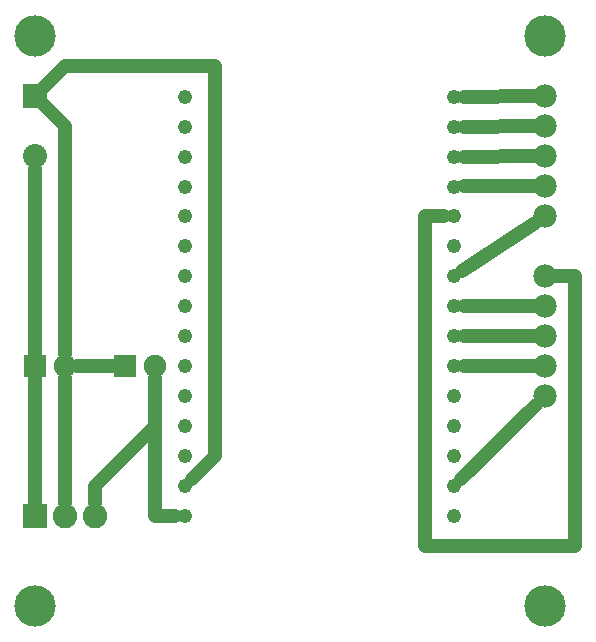
<source format=gbl>
G04 MADE WITH FRITZING*
G04 WWW.FRITZING.ORG*
G04 SINGLE SIDED*
G04 HOLES NOT PLATED*
G04 CONTOUR ON CENTER OF CONTOUR VECTOR*
%ASAXBY*%
%FSLAX23Y23*%
%MOIN*%
%OFA0B0*%
%SFA1.0B1.0*%
%ADD10C,0.082000*%
%ADD11C,0.075000*%
%ADD12C,0.047859*%
%ADD13C,0.080000*%
%ADD14C,0.078000*%
%ADD15C,0.137795*%
%ADD16R,0.082000X0.082000*%
%ADD17R,0.075000X0.075000*%
%ADD18R,0.079986X0.080000*%
%ADD19C,0.048000*%
%LNCOPPER0*%
G90*
G70*
G54D10*
X137Y437D03*
X237Y437D03*
X337Y437D03*
G54D11*
X137Y937D03*
X237Y937D03*
X437Y937D03*
X537Y937D03*
G54D12*
X1534Y1635D03*
X637Y1835D03*
X637Y1735D03*
X637Y1635D03*
X637Y1535D03*
X637Y1436D03*
X1534Y1735D03*
X1534Y1835D03*
X1534Y1535D03*
X637Y1336D03*
X637Y1236D03*
X637Y1136D03*
X637Y1036D03*
X637Y936D03*
X637Y836D03*
X637Y737D03*
X637Y637D03*
X637Y537D03*
X637Y437D03*
X1534Y1136D03*
X1534Y1036D03*
X1534Y936D03*
X1534Y836D03*
X1534Y737D03*
X1534Y637D03*
X1534Y537D03*
X1534Y437D03*
X1534Y1436D03*
X1534Y1336D03*
X1534Y1236D03*
G54D13*
X137Y1837D03*
X137Y1637D03*
G54D14*
X1837Y1237D03*
X1837Y1137D03*
X1837Y1037D03*
X1837Y937D03*
X1837Y837D03*
X1837Y1837D03*
X1837Y1737D03*
X1837Y1637D03*
X1837Y1537D03*
X1837Y1437D03*
G54D15*
X137Y2037D03*
X137Y137D03*
X1837Y2037D03*
X1837Y137D03*
G54D16*
X137Y437D03*
G54D17*
X137Y937D03*
X437Y937D03*
G54D18*
X137Y1837D03*
G54D19*
X137Y1595D02*
X137Y977D01*
D02*
X237Y1737D02*
X237Y977D01*
D02*
X167Y1807D02*
X237Y1737D01*
D02*
X137Y480D02*
X137Y897D01*
D02*
X237Y480D02*
X237Y897D01*
D02*
X537Y437D02*
X537Y897D01*
D02*
X604Y437D02*
X537Y437D01*
D02*
X337Y537D02*
X537Y737D01*
D02*
X537Y737D02*
X537Y897D01*
D02*
X337Y480D02*
X337Y537D01*
D02*
X277Y937D02*
X397Y937D01*
D02*
X1558Y560D02*
X1808Y808D01*
D02*
X1501Y1436D02*
X1437Y1437D01*
D02*
X1437Y1437D02*
X1437Y337D01*
D02*
X1437Y337D02*
X1937Y337D01*
D02*
X1937Y337D02*
X1937Y1237D01*
D02*
X1937Y1237D02*
X1878Y1237D01*
D02*
X1568Y1835D02*
X1796Y1837D01*
D02*
X1568Y1536D02*
X1796Y1537D01*
D02*
X1568Y1136D02*
X1796Y1137D01*
D02*
X1803Y1414D02*
X1562Y1254D01*
D02*
X1568Y1735D02*
X1796Y1737D01*
D02*
X1568Y936D02*
X1796Y937D01*
D02*
X1568Y1635D02*
X1796Y1637D01*
D02*
X1568Y1036D02*
X1796Y1037D01*
D02*
X237Y1937D02*
X167Y1867D01*
D02*
X737Y637D02*
X737Y1937D01*
D02*
X737Y1937D02*
X237Y1937D01*
D02*
X661Y561D02*
X737Y637D01*
G04 End of Copper0*
M02*
</source>
